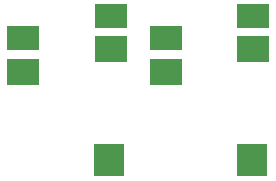
<source format=gbp>
G04 Layer_Color=128*
%FSLAX25Y25*%
%MOIN*%
G70*
G01*
G75*
%ADD17R,0.11024X0.07874*%
%ADD18R,0.11024X0.08661*%
%ADD19R,0.10236X0.11024*%
D17*
X83465Y312008D02*
D03*
X112598Y319488D02*
D03*
X35827Y312008D02*
D03*
X64961Y319488D02*
D03*
D18*
X112598Y308465D02*
D03*
X83465Y300984D02*
D03*
X64961Y308465D02*
D03*
X35827Y300984D02*
D03*
D19*
X112205Y271457D02*
D03*
X64567D02*
D03*
M02*

</source>
